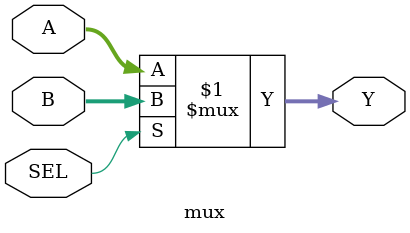
<source format=v>
`timescale 1ns / 1ps


module mux(input SEL, input[3:0]A, input[3:0]B, output [3:0]Y 
    );
    assign Y = SEL ? B:A; 
    
endmodule

</source>
